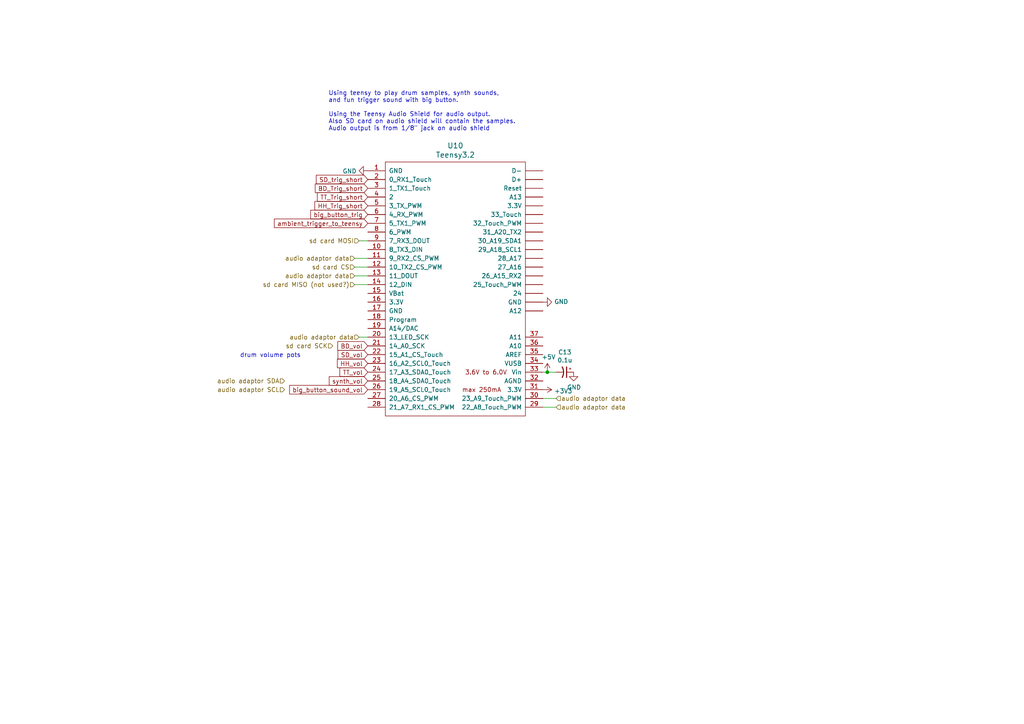
<source format=kicad_sch>
(kicad_sch (version 20250114) (generator "eeschema") (generator_version "9.0")
  (paper "A4")
  (lib_symbols
    (symbol "power:+5V" (power) (pin_names (offset 0))
      (property "Value" "+5V" (at 0 3.556 0))
      (symbol "+5V_0_1"
        (polyline (pts (xy -0.762 1.27) (xy 0 2.54)))
        (polyline (pts (xy 0 2.54) (xy 0.762 1.27)))
        (polyline (pts (xy 0 0) (xy 0 2.54)))
      )
      (symbol "+5V_1_1"
        (pin power_in line (at 0 0 90) (length 0) (hide yes) (name "+5V") (number "1"))
      )
    )
    (symbol "power:GND" (power) (pin_names (offset 0))
      (property "Value" "GND" (at 0 -3.81 0))
      (symbol "GND_0_1"
        (polyline (pts (xy 0 0) (xy 0 -1.27) (xy 1.27 -1.27) (xy 0 -2.54) (xy -1.27 -1.27) (xy 0 -1.27)))
      )
      (symbol "GND_1_1"
        (pin power_in line (at 0 0 270) (length 0) (hide yes) (name "GND") (number "1"))
      )
    )
    (symbol "waterwheel_synth_v2-rescue:+3.3V-power" (power) (pin_names (offset 0))
      (property "Value" "+3.3V-power" (at 0 3.556 0))
      (symbol "+3.3V-power_0_1"
        (polyline (pts (xy -0.762 1.27) (xy 0 2.54)))
        (polyline (pts (xy 0 2.54) (xy 0.762 1.27)))
        (polyline (pts (xy 0 0) (xy 0 2.54)))
      )
      (symbol "+3.3V-power_1_1"
        (pin power_in line (at 0 0 90) (length 0) (hide yes) (name "+3V3") (number "1"))
      )
    )
    (symbol "waterwheel_synth_v2-rescue:CP1_Small-Device" (pin_numbers (hide yes)) (pin_names (offset 0.254) (hide yes))
      (property "Reference" "C" (at 0.254 1.778 0))
      (property "Value" "CP1_Small-Device" (at 0.254 -2.032 0))
      (symbol "CP1_Small-Device_0_1"
        (polyline (pts (xy -1.524 0.508) (xy 1.524 0.508)) (stroke (width 0.3048)))
        (polyline (pts (xy -1.27 1.524) (xy -0.762 1.524)))
        (polyline (pts (xy -1.016 1.27) (xy -1.016 1.778)))
        (arc (start -1.524 -0.762) (mid 0 -0.3734) (end 1.524 -0.762) (stroke (width 0.3048)))
      )
      (symbol "CP1_Small-Device_1_1"
        (pin passive line (at 0 2.54 270) (length 2.032) (name "~") (number "1"))
        (pin passive line (at 0 -2.54 90) (length 2.032) (name "~") (number "2"))
      )
    )
    (symbol "waterwheel_synth_v2-rescue:Teensy3.2-teensy" (pin_names (offset 1.016))
      (property "Reference" "U" (at 0 39.37 0))
      (property "Value" "Teensy3.2-teensy" (at 0 -39.37 0))
      (symbol "Teensy3.2-teensy_0_0"
        (text "max 250mA" (at 7.62 -29.21 0) (effects (font (size 1.27 1.27))))
        (text "3.6V to 6.0V" (at 8.89 -24.13 0) (effects (font (size 1.27 1.27))))
      )
      (symbol "Teensy3.2-teensy_0_1"
        (rectangle (start -20.32 -36.83) (end 20.32 36.83))
      )
      (symbol "Teensy3.2-teensy_1_1"
        (pin power_in line (at -25.4 34.29 0) (length 5.08) (name "GND") (number "1"))
        (pin bidirectional line (at -25.4 31.75 0) (length 5.08) (name "0_RX1_Touch") (number "2"))
        (pin bidirectional line (at -25.4 29.21 0) (length 5.08) (name "1_TX1_Touch") (number "3"))
        (pin bidirectional line (at -25.4 26.67 0) (length 5.08) (name "2") (number "4"))
        (pin bidirectional line (at -25.4 24.13 0) (length 5.08) (name "3_TX_PWM") (number "5"))
        (pin bidirectional line (at -25.4 21.59 0) (length 5.08) (name "4_RX_PWM") (number "6"))
        (pin bidirectional line (at -25.4 19.05 0) (length 5.08) (name "5_TX1_PWM") (number "7"))
        (pin bidirectional line (at -25.4 16.51 0) (length 5.08) (name "6_PWM") (number "8"))
        (pin bidirectional line (at -25.4 13.97 0) (length 5.08) (name "7_RX3_DOUT") (number "9"))
        (pin bidirectional line (at -25.4 11.43 0) (length 5.08) (name "8_TX3_DIN") (number "10"))
        (pin bidirectional line (at -25.4 8.89 0) (length 5.08) (name "9_RX2_CS_PWM") (number "11"))
        (pin bidirectional line (at -25.4 6.35 0) (length 5.08) (name "10_TX2_CS_PWM") (number "12"))
        (pin bidirectional line (at -25.4 3.81 0) (length 5.08) (name "11_DOUT") (number "13"))
        (pin bidirectional line (at -25.4 1.27 0) (length 5.08) (name "12_DIN") (number "14"))
        (pin power_in line (at -25.4 -1.27 0) (length 5.08) (name "VBat") (number "15"))
        (pin power_out line (at -25.4 -3.81 0) (length 5.08) (name "3.3V") (number "16"))
        (pin power_in line (at -25.4 -6.35 0) (length 5.08) (name "GND") (number "17"))
        (pin input line (at -25.4 -8.89 0) (length 5.08) (name "Program") (number "18"))
        (pin bidirectional line (at -25.4 -11.43 0) (length 5.08) (name "A14/DAC") (number "19"))
        (pin bidirectional line (at -25.4 -13.97 0) (length 5.08) (name "13_LED_SCK") (number "20"))
        (pin bidirectional line (at -25.4 -16.51 0) (length 5.08) (name "14_A0_SCK") (number "21"))
        (pin bidirectional line (at -25.4 -19.05 0) (length 5.08) (name "15_A1_CS_Touch") (number "22"))
        (pin bidirectional line (at -25.4 -21.59 0) (length 5.08) (name "16_A2_SCL0_Touch") (number "23"))
        (pin bidirectional line (at -25.4 -24.13 0) (length 5.08) (name "17_A3_SDA0_Touch") (number "24"))
        (pin bidirectional line (at -25.4 -26.67 0) (length 5.08) (name "18_A4_SDA0_Touch") (number "25"))
        (pin bidirectional line (at -25.4 -29.21 0) (length 5.08) (name "19_A5_SCL0_Touch") (number "26"))
        (pin bidirectional line (at -25.4 -31.75 0) (length 5.08) (name "20_A6_CS_PWM") (number "27"))
        (pin bidirectional line (at -25.4 -34.29 0) (length 5.08) (name "21_A7_RX1_CS_PWM") (number "28"))
        (pin bidirectional line (at 25.4 34.29 180) (length 5.08) (name "D-") (number "~"))
        (pin bidirectional line (at 25.4 31.75 180) (length 5.08) (name "D+") (number "~"))
        (pin input line (at 25.4 29.21 180) (length 5.08) (name "Reset") (number "~"))
        (pin bidirectional line (at 25.4 26.67 180) (length 5.08) (name "A13") (number "~"))
        (pin power_out line (at 25.4 24.13 180) (length 5.08) (name "3.3V") (number "~"))
        (pin bidirectional line (at 25.4 21.59 180) (length 5.08) (name "33_Touch") (number "~"))
        (pin bidirectional line (at 25.4 19.05 180) (length 5.08) (name "32_Touch_PWM") (number "~"))
        (pin bidirectional line (at 25.4 16.51 180) (length 5.08) (name "31_A20_TX2") (number "~"))
        (pin bidirectional line (at 25.4 13.97 180) (length 5.08) (name "30_A19_SDA1") (number "~"))
        (pin bidirectional line (at 25.4 11.43 180) (length 5.08) (name "29_A18_SCL1") (number "~"))
        (pin bidirectional line (at 25.4 8.89 180) (length 5.08) (name "28_A17") (number "~"))
        (pin bidirectional line (at 25.4 6.35 180) (length 5.08) (name "27_A16") (number "~"))
        (pin bidirectional line (at 25.4 3.81 180) (length 5.08) (name "26_A15_RX2") (number "~"))
        (pin bidirectional line (at 25.4 1.27 180) (length 5.08) (name "25_Touch_PWM") (number "~"))
        (pin bidirectional line (at 25.4 -1.27 180) (length 5.08) (name "24") (number "~"))
        (pin power_in line (at 25.4 -3.81 180) (length 5.08) (name "GND") (number "~"))
        (pin bidirectional line (at 25.4 -6.35 180) (length 5.08) (name "A12") (number "~"))
        (pin bidirectional line (at 25.4 -13.97 180) (length 5.08) (name "A11") (number "37"))
        (pin bidirectional line (at 25.4 -16.51 180) (length 5.08) (name "A10") (number "36"))
        (pin input line (at 25.4 -19.05 180) (length 5.08) (name "AREF") (number "35"))
        (pin power_in line (at 25.4 -21.59 180) (length 5.08) (name "VUSB") (number "34"))
        (pin power_in line (at 25.4 -24.13 180) (length 5.08) (name "Vin") (number "33"))
        (pin power_out line (at 25.4 -26.67 180) (length 5.08) (name "AGND") (number "32"))
        (pin power_out line (at 25.4 -29.21 180) (length 5.08) (name "3.3V") (number "31"))
        (pin bidirectional line (at 25.4 -31.75 180) (length 5.08) (name "23_A9_Touch_PWM") (number "30"))
        (pin bidirectional line (at 25.4 -34.29 180) (length 5.08) (name "22_A8_Touch_PWM") (number "29"))
      )
    )
  )
  (text "drum volume pots" (at 69.596 103.886 0) (effects (font (size 1.27 1.27)) (justify left bottom)))
  (text "Using teensy to play drum samples, synth sounds,\nand fun trigger sound with big button. \n\nUsing the Teensy Audio Shield for audio output. \nAlso SD card on audio shield will contain the samples.\nAudio output is from 1/8\" jack on audio shield" (at 95.25 38.1 0) (effects (font (size 1.27 1.27)) (justify left bottom)))
  (junction (at 158.75 107.95))
  (wire (pts (xy 102.87 82.55) (xy 106.68 82.55)))
  (wire (pts (xy 102.87 80.01) (xy 106.68 80.01)))
  (wire (pts (xy 102.87 74.93) (xy 106.68 74.93)))
  (wire (pts (xy 157.48 118.11) (xy 161.29 118.11)))
  (wire (pts (xy 158.75 107.95) (xy 157.48 107.95)))
  (wire (pts (xy 158.75 107.95) (xy 161.29 107.95)))
  (wire (pts (xy 104.14 69.85) (xy 106.68 69.85)))
  (wire (pts (xy 157.48 115.57) (xy 161.29 115.57)))
  (wire (pts (xy 102.87 77.47) (xy 106.68 77.47)))
  (wire (pts (xy 104.14 97.79) (xy 106.68 97.79)))
  (global_label "synth_vol" (shape input) (at 106.68 110.49 180) (property "Intersheetrefs" "${INTERSHEET_REFS}" (effects (hide yes))))
  (global_label "big_button_trig" (shape input) (at 106.68 62.23 180) (property "Intersheetrefs" "${INTERSHEET_REFS}" (effects (hide yes))))
  (global_label "BD_Trig_short" (shape input) (at 106.68 54.61 180) (property "Intersheetrefs" "${INTERSHEET_REFS}" (effects (hide yes))))
  (global_label "HH_vol" (shape input) (at 106.68 105.41 180) (property "Intersheetrefs" "${INTERSHEET_REFS}" (effects (hide yes))))
  (global_label "SD_trig_short" (shape input) (at 106.68 52.07 180) (property "Intersheetrefs" "${INTERSHEET_REFS}" (effects (hide yes))))
  (global_label "SD_vol" (shape input) (at 106.68 102.87 180) (property "Intersheetrefs" "${INTERSHEET_REFS}" (effects (hide yes))))
  (global_label "big_button_sound_vol" (shape input) (at 106.68 113.03 180) (property "Intersheetrefs" "${INTERSHEET_REFS}" (effects (hide yes))))
  (global_label "BD_vol" (shape input) (at 106.68 100.33 180) (property "Intersheetrefs" "${INTERSHEET_REFS}" (effects (hide yes))))
  (global_label "TT_Trig_short" (shape input) (at 106.68 57.15 180) (property "Intersheetrefs" "${INTERSHEET_REFS}" (effects (hide yes))))
  (global_label "HH_Trig_short" (shape input) (at 106.68 59.69 180) (property "Intersheetrefs" "${INTERSHEET_REFS}" (effects (hide yes))))
  (global_label "ambient_trigger_to_teensy" (shape input) (at 106.68 64.77 180) (property "Intersheetrefs" "${INTERSHEET_REFS}" (effects (hide yes))))
  (global_label "TT_vol" (shape input) (at 106.68 107.95 180) (property "Intersheetrefs" "${INTERSHEET_REFS}" (effects (hide yes))))
  (hierarchical_label "sd card MOSI" (shape input) (at 104.14 69.85 180))
  (hierarchical_label "audio adaptor data" (shape input) (at 102.87 74.93 180))
  (hierarchical_label "audio adaptor data" (shape input) (at 161.29 118.11 0))
  (hierarchical_label "sd card SCK" (shape input) (at 96.52 100.33 180))
  (hierarchical_label "audio adaptor data" (shape input) (at 104.14 97.79 180))
  (hierarchical_label "audio adaptor data" (shape input) (at 161.29 115.57 0))
  (hierarchical_label "audio adaptor SDA" (shape input) (at 82.55 110.49 180))
  (hierarchical_label "audio adaptor SCL" (shape input) (at 82.55 113.03 180))
  (hierarchical_label "audio adaptor data" (shape input) (at 102.87 80.01 180))
  (hierarchical_label "sd card MISO (not used?)" (shape input) (at 102.87 82.55 180))
  (hierarchical_label "sd card CS" (shape input) (at 102.87 77.47 180))
  (symbol (lib_id "waterwheel_synth_v2-rescue:Teensy3.2-teensy") (at 132.08 83.82 0) (unit 1)
    (property "Reference" "U10" (at 132.08 42.2402 0) (effects (font (size 1.524 1.524))))
    (property "Value" "Teensy3.2" (at 132.08 44.9326 0) (effects (font (size 1.524 1.524))))
    (property "Footprint" "teensy:Teensy30_31_32_LC" (effects (hide yes)))
  )
  (symbol (lib_id "power:+5V") (at 158.75 107.95 0) (unit 1)
    (property "Reference" "#PWR057" (effects (hide yes)))
    (property "Value" "+5V" (at 159.131 103.5558 0))
  )
  (symbol (lib_id "waterwheel_synth_v2-rescue:CP1_Small-Device") (at 163.83 107.95 270) (unit 1)
    (property "Reference" "C13" (at 163.83 102.1588 90))
    (property "Value" "0.1u" (at 163.83 104.4702 90))
    (property "Footprint" "Capacitor_SMD:C_0805_2012Metric" (effects (hide yes)))
  )
  (symbol (lib_id "power:GND") (at 166.37 107.95 0) (unit 1)
    (property "Reference" "#PWR058" (effects (hide yes)))
    (property "Value" "GND" (at 166.497 112.3442 0))
  )
  (symbol (lib_id "power:GND") (at 157.48 87.63 90) (unit 1)
    (property "Reference" "#PWR055" (effects (hide yes)))
    (property "Value" "GND" (at 160.7312 87.503 90) (effects (justify right)))
  )
  (symbol (lib_id "waterwheel_synth_v2-rescue:+3.3V-power") (at 157.48 113.03 270) (unit 1)
    (property "Reference" "#PWR056" (effects (hide yes)))
    (property "Value" "+3V3" (at 160.7312 113.411 90) (effects (justify left)))
  )
  (symbol (lib_id "power:GND") (at 106.68 49.53 270) (unit 1)
    (property "Reference" "#PWR054" (effects (hide yes)))
    (property "Value" "GND" (at 103.4288 49.657 90) (effects (justify right)))
  )
)
</source>
